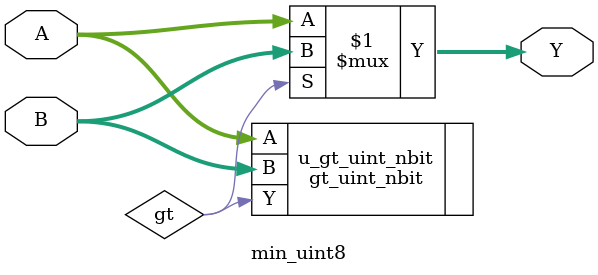
<source format=v>

module min_uint8 #(
    parameter WIDTH = 8
)(
    input [WIDTH-1:0] A,
    input [WIDTH-1:0] B,
    output [WIDTH-1:0] Y,
);

    wire gt;
    gt_uint_nbit #(
        .WIDTH(WIDTH)
    ) u_gt_uint_nbit (
        .A(A),
        .B(B),
        .Y(gt)
    );

    assign Y = gt ? B : A;

endmodule

</source>
